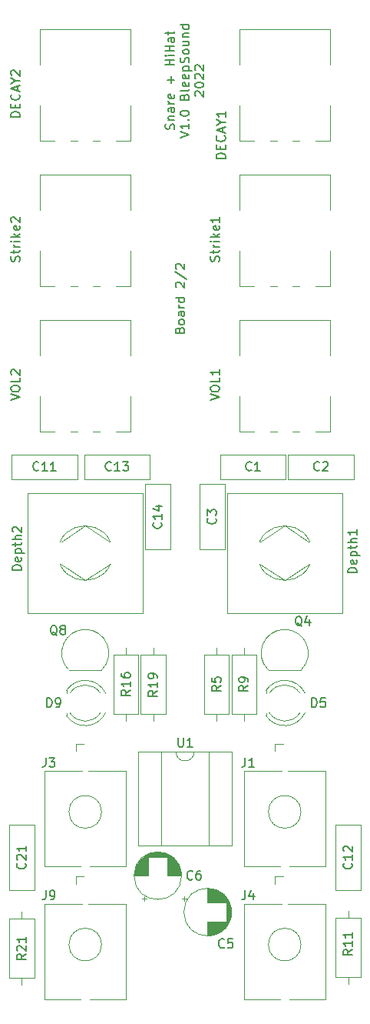
<source format=gto>
G04 #@! TF.GenerationSoftware,KiCad,Pcbnew,(6.0.1)*
G04 #@! TF.CreationDate,2022-02-07T18:03:21+01:00*
G04 #@! TF.ProjectId,Snare+Hihat,536e6172-652b-4486-9968-61742e6b6963,rev?*
G04 #@! TF.SameCoordinates,Original*
G04 #@! TF.FileFunction,Legend,Top*
G04 #@! TF.FilePolarity,Positive*
%FSLAX46Y46*%
G04 Gerber Fmt 4.6, Leading zero omitted, Abs format (unit mm)*
G04 Created by KiCad (PCBNEW (6.0.1)) date 2022-02-07 18:03:21*
%MOMM*%
%LPD*%
G01*
G04 APERTURE LIST*
%ADD10C,0.150000*%
%ADD11C,0.120000*%
%ADD12C,1.600000*%
%ADD13R,1.600000X1.600000*%
%ADD14R,1.800000X1.800000*%
%ADD15C,1.800000*%
%ADD16C,4.000000*%
%ADD17R,1.930000X1.830000*%
%ADD18C,2.130000*%
%ADD19R,1.050000X1.500000*%
%ADD20O,1.050000X1.500000*%
%ADD21O,1.600000X1.600000*%
%ADD22O,3.700000X2.400000*%
%ADD23R,1.700000X1.700000*%
%ADD24O,1.700000X1.700000*%
G04 APERTURE END LIST*
D10*
X92428571Y-65452380D02*
X92476190Y-65309523D01*
X92523809Y-65261904D01*
X92619047Y-65214285D01*
X92761904Y-65214285D01*
X92857142Y-65261904D01*
X92904761Y-65309523D01*
X92952380Y-65404761D01*
X92952380Y-65785714D01*
X91952380Y-65785714D01*
X91952380Y-65452380D01*
X92000000Y-65357142D01*
X92047619Y-65309523D01*
X92142857Y-65261904D01*
X92238095Y-65261904D01*
X92333333Y-65309523D01*
X92380952Y-65357142D01*
X92428571Y-65452380D01*
X92428571Y-65785714D01*
X92952380Y-64642857D02*
X92904761Y-64738095D01*
X92857142Y-64785714D01*
X92761904Y-64833333D01*
X92476190Y-64833333D01*
X92380952Y-64785714D01*
X92333333Y-64738095D01*
X92285714Y-64642857D01*
X92285714Y-64500000D01*
X92333333Y-64404761D01*
X92380952Y-64357142D01*
X92476190Y-64309523D01*
X92761904Y-64309523D01*
X92857142Y-64357142D01*
X92904761Y-64404761D01*
X92952380Y-64500000D01*
X92952380Y-64642857D01*
X92952380Y-63452380D02*
X92428571Y-63452380D01*
X92333333Y-63500000D01*
X92285714Y-63595238D01*
X92285714Y-63785714D01*
X92333333Y-63880952D01*
X92904761Y-63452380D02*
X92952380Y-63547619D01*
X92952380Y-63785714D01*
X92904761Y-63880952D01*
X92809523Y-63928571D01*
X92714285Y-63928571D01*
X92619047Y-63880952D01*
X92571428Y-63785714D01*
X92571428Y-63547619D01*
X92523809Y-63452380D01*
X92952380Y-62976190D02*
X92285714Y-62976190D01*
X92476190Y-62976190D02*
X92380952Y-62928571D01*
X92333333Y-62880952D01*
X92285714Y-62785714D01*
X92285714Y-62690476D01*
X92952380Y-61928571D02*
X91952380Y-61928571D01*
X92904761Y-61928571D02*
X92952380Y-62023809D01*
X92952380Y-62214285D01*
X92904761Y-62309523D01*
X92857142Y-62357142D01*
X92761904Y-62404761D01*
X92476190Y-62404761D01*
X92380952Y-62357142D01*
X92333333Y-62309523D01*
X92285714Y-62214285D01*
X92285714Y-62023809D01*
X92333333Y-61928571D01*
X92047619Y-60738095D02*
X92000000Y-60690476D01*
X91952380Y-60595238D01*
X91952380Y-60357142D01*
X92000000Y-60261904D01*
X92047619Y-60214285D01*
X92142857Y-60166666D01*
X92238095Y-60166666D01*
X92380952Y-60214285D01*
X92952380Y-60785714D01*
X92952380Y-60166666D01*
X91904761Y-59023809D02*
X93190476Y-59880952D01*
X92047619Y-58738095D02*
X92000000Y-58690476D01*
X91952380Y-58595238D01*
X91952380Y-58357142D01*
X92000000Y-58261904D01*
X92047619Y-58214285D01*
X92142857Y-58166666D01*
X92238095Y-58166666D01*
X92380952Y-58214285D01*
X92952380Y-58785714D01*
X92952380Y-58166666D01*
X91794761Y-43333333D02*
X91842380Y-43190476D01*
X91842380Y-42952380D01*
X91794761Y-42857142D01*
X91747142Y-42809523D01*
X91651904Y-42761904D01*
X91556666Y-42761904D01*
X91461428Y-42809523D01*
X91413809Y-42857142D01*
X91366190Y-42952380D01*
X91318571Y-43142857D01*
X91270952Y-43238095D01*
X91223333Y-43285714D01*
X91128095Y-43333333D01*
X91032857Y-43333333D01*
X90937619Y-43285714D01*
X90890000Y-43238095D01*
X90842380Y-43142857D01*
X90842380Y-42904761D01*
X90890000Y-42761904D01*
X91175714Y-42333333D02*
X91842380Y-42333333D01*
X91270952Y-42333333D02*
X91223333Y-42285714D01*
X91175714Y-42190476D01*
X91175714Y-42047619D01*
X91223333Y-41952380D01*
X91318571Y-41904761D01*
X91842380Y-41904761D01*
X91842380Y-41000000D02*
X91318571Y-41000000D01*
X91223333Y-41047619D01*
X91175714Y-41142857D01*
X91175714Y-41333333D01*
X91223333Y-41428571D01*
X91794761Y-41000000D02*
X91842380Y-41095238D01*
X91842380Y-41333333D01*
X91794761Y-41428571D01*
X91699523Y-41476190D01*
X91604285Y-41476190D01*
X91509047Y-41428571D01*
X91461428Y-41333333D01*
X91461428Y-41095238D01*
X91413809Y-41000000D01*
X91842380Y-40523809D02*
X91175714Y-40523809D01*
X91366190Y-40523809D02*
X91270952Y-40476190D01*
X91223333Y-40428571D01*
X91175714Y-40333333D01*
X91175714Y-40238095D01*
X91794761Y-39523809D02*
X91842380Y-39619047D01*
X91842380Y-39809523D01*
X91794761Y-39904761D01*
X91699523Y-39952380D01*
X91318571Y-39952380D01*
X91223333Y-39904761D01*
X91175714Y-39809523D01*
X91175714Y-39619047D01*
X91223333Y-39523809D01*
X91318571Y-39476190D01*
X91413809Y-39476190D01*
X91509047Y-39952380D01*
X91461428Y-38285714D02*
X91461428Y-37523809D01*
X91842380Y-37904761D02*
X91080476Y-37904761D01*
X91842380Y-36285714D02*
X90842380Y-36285714D01*
X91318571Y-36285714D02*
X91318571Y-35714285D01*
X91842380Y-35714285D02*
X90842380Y-35714285D01*
X91842380Y-35238095D02*
X91175714Y-35238095D01*
X90842380Y-35238095D02*
X90890000Y-35285714D01*
X90937619Y-35238095D01*
X90890000Y-35190476D01*
X90842380Y-35238095D01*
X90937619Y-35238095D01*
X91842380Y-34761904D02*
X90842380Y-34761904D01*
X91318571Y-34761904D02*
X91318571Y-34190476D01*
X91842380Y-34190476D02*
X90842380Y-34190476D01*
X91842380Y-33285714D02*
X91318571Y-33285714D01*
X91223333Y-33333333D01*
X91175714Y-33428571D01*
X91175714Y-33619047D01*
X91223333Y-33714285D01*
X91794761Y-33285714D02*
X91842380Y-33380952D01*
X91842380Y-33619047D01*
X91794761Y-33714285D01*
X91699523Y-33761904D01*
X91604285Y-33761904D01*
X91509047Y-33714285D01*
X91461428Y-33619047D01*
X91461428Y-33380952D01*
X91413809Y-33285714D01*
X91175714Y-32952380D02*
X91175714Y-32571428D01*
X90842380Y-32809523D02*
X91699523Y-32809523D01*
X91794761Y-32761904D01*
X91842380Y-32666666D01*
X91842380Y-32571428D01*
X92452380Y-44261904D02*
X93452380Y-43928571D01*
X92452380Y-43595238D01*
X93452380Y-42738095D02*
X93452380Y-43309523D01*
X93452380Y-43023809D02*
X92452380Y-43023809D01*
X92595238Y-43119047D01*
X92690476Y-43214285D01*
X92738095Y-43309523D01*
X93357142Y-42309523D02*
X93404761Y-42261904D01*
X93452380Y-42309523D01*
X93404761Y-42357142D01*
X93357142Y-42309523D01*
X93452380Y-42309523D01*
X92452380Y-41642857D02*
X92452380Y-41547619D01*
X92500000Y-41452380D01*
X92547619Y-41404761D01*
X92642857Y-41357142D01*
X92833333Y-41309523D01*
X93071428Y-41309523D01*
X93261904Y-41357142D01*
X93357142Y-41404761D01*
X93404761Y-41452380D01*
X93452380Y-41547619D01*
X93452380Y-41642857D01*
X93404761Y-41738095D01*
X93357142Y-41785714D01*
X93261904Y-41833333D01*
X93071428Y-41880952D01*
X92833333Y-41880952D01*
X92642857Y-41833333D01*
X92547619Y-41785714D01*
X92500000Y-41738095D01*
X92452380Y-41642857D01*
X92928571Y-39785714D02*
X92976190Y-39642857D01*
X93023809Y-39595238D01*
X93119047Y-39547619D01*
X93261904Y-39547619D01*
X93357142Y-39595238D01*
X93404761Y-39642857D01*
X93452380Y-39738095D01*
X93452380Y-40119047D01*
X92452380Y-40119047D01*
X92452380Y-39785714D01*
X92500000Y-39690476D01*
X92547619Y-39642857D01*
X92642857Y-39595238D01*
X92738095Y-39595238D01*
X92833333Y-39642857D01*
X92880952Y-39690476D01*
X92928571Y-39785714D01*
X92928571Y-40119047D01*
X93452380Y-38976190D02*
X93404761Y-39071428D01*
X93309523Y-39119047D01*
X92452380Y-39119047D01*
X93404761Y-38214285D02*
X93452380Y-38309523D01*
X93452380Y-38500000D01*
X93404761Y-38595238D01*
X93309523Y-38642857D01*
X92928571Y-38642857D01*
X92833333Y-38595238D01*
X92785714Y-38500000D01*
X92785714Y-38309523D01*
X92833333Y-38214285D01*
X92928571Y-38166666D01*
X93023809Y-38166666D01*
X93119047Y-38642857D01*
X93404761Y-37357142D02*
X93452380Y-37452380D01*
X93452380Y-37642857D01*
X93404761Y-37738095D01*
X93309523Y-37785714D01*
X92928571Y-37785714D01*
X92833333Y-37738095D01*
X92785714Y-37642857D01*
X92785714Y-37452380D01*
X92833333Y-37357142D01*
X92928571Y-37309523D01*
X93023809Y-37309523D01*
X93119047Y-37785714D01*
X92785714Y-36880952D02*
X93785714Y-36880952D01*
X92833333Y-36880952D02*
X92785714Y-36785714D01*
X92785714Y-36595238D01*
X92833333Y-36500000D01*
X92880952Y-36452380D01*
X92976190Y-36404761D01*
X93261904Y-36404761D01*
X93357142Y-36452380D01*
X93404761Y-36500000D01*
X93452380Y-36595238D01*
X93452380Y-36785714D01*
X93404761Y-36880952D01*
X93404761Y-36023809D02*
X93452380Y-35880952D01*
X93452380Y-35642857D01*
X93404761Y-35547619D01*
X93357142Y-35500000D01*
X93261904Y-35452380D01*
X93166666Y-35452380D01*
X93071428Y-35500000D01*
X93023809Y-35547619D01*
X92976190Y-35642857D01*
X92928571Y-35833333D01*
X92880952Y-35928571D01*
X92833333Y-35976190D01*
X92738095Y-36023809D01*
X92642857Y-36023809D01*
X92547619Y-35976190D01*
X92500000Y-35928571D01*
X92452380Y-35833333D01*
X92452380Y-35595238D01*
X92500000Y-35452380D01*
X93452380Y-34880952D02*
X93404761Y-34976190D01*
X93357142Y-35023809D01*
X93261904Y-35071428D01*
X92976190Y-35071428D01*
X92880952Y-35023809D01*
X92833333Y-34976190D01*
X92785714Y-34880952D01*
X92785714Y-34738095D01*
X92833333Y-34642857D01*
X92880952Y-34595238D01*
X92976190Y-34547619D01*
X93261904Y-34547619D01*
X93357142Y-34595238D01*
X93404761Y-34642857D01*
X93452380Y-34738095D01*
X93452380Y-34880952D01*
X92785714Y-33690476D02*
X93452380Y-33690476D01*
X92785714Y-34119047D02*
X93309523Y-34119047D01*
X93404761Y-34071428D01*
X93452380Y-33976190D01*
X93452380Y-33833333D01*
X93404761Y-33738095D01*
X93357142Y-33690476D01*
X92785714Y-33214285D02*
X93452380Y-33214285D01*
X92880952Y-33214285D02*
X92833333Y-33166666D01*
X92785714Y-33071428D01*
X92785714Y-32928571D01*
X92833333Y-32833333D01*
X92928571Y-32785714D01*
X93452380Y-32785714D01*
X93452380Y-31880952D02*
X92452380Y-31880952D01*
X93404761Y-31880952D02*
X93452380Y-31976190D01*
X93452380Y-32166666D01*
X93404761Y-32261904D01*
X93357142Y-32309523D01*
X93261904Y-32357142D01*
X92976190Y-32357142D01*
X92880952Y-32309523D01*
X92833333Y-32261904D01*
X92785714Y-32166666D01*
X92785714Y-31976190D01*
X92833333Y-31880952D01*
X94157619Y-39714285D02*
X94110000Y-39666666D01*
X94062380Y-39571428D01*
X94062380Y-39333333D01*
X94110000Y-39238095D01*
X94157619Y-39190476D01*
X94252857Y-39142857D01*
X94348095Y-39142857D01*
X94490952Y-39190476D01*
X95062380Y-39761904D01*
X95062380Y-39142857D01*
X94062380Y-38523809D02*
X94062380Y-38428571D01*
X94110000Y-38333333D01*
X94157619Y-38285714D01*
X94252857Y-38238095D01*
X94443333Y-38190476D01*
X94681428Y-38190476D01*
X94871904Y-38238095D01*
X94967142Y-38285714D01*
X95014761Y-38333333D01*
X95062380Y-38428571D01*
X95062380Y-38523809D01*
X95014761Y-38619047D01*
X94967142Y-38666666D01*
X94871904Y-38714285D01*
X94681428Y-38761904D01*
X94443333Y-38761904D01*
X94252857Y-38714285D01*
X94157619Y-38666666D01*
X94110000Y-38619047D01*
X94062380Y-38523809D01*
X94157619Y-37809523D02*
X94110000Y-37761904D01*
X94062380Y-37666666D01*
X94062380Y-37428571D01*
X94110000Y-37333333D01*
X94157619Y-37285714D01*
X94252857Y-37238095D01*
X94348095Y-37238095D01*
X94490952Y-37285714D01*
X95062380Y-37857142D01*
X95062380Y-37238095D01*
X94157619Y-36857142D02*
X94110000Y-36809523D01*
X94062380Y-36714285D01*
X94062380Y-36476190D01*
X94110000Y-36380952D01*
X94157619Y-36333333D01*
X94252857Y-36285714D01*
X94348095Y-36285714D01*
X94490952Y-36333333D01*
X95062380Y-36904761D01*
X95062380Y-36285714D01*
X100333333Y-80857142D02*
X100285714Y-80904761D01*
X100142857Y-80952380D01*
X100047619Y-80952380D01*
X99904761Y-80904761D01*
X99809523Y-80809523D01*
X99761904Y-80714285D01*
X99714285Y-80523809D01*
X99714285Y-80380952D01*
X99761904Y-80190476D01*
X99809523Y-80095238D01*
X99904761Y-80000000D01*
X100047619Y-79952380D01*
X100142857Y-79952380D01*
X100285714Y-80000000D01*
X100333333Y-80047619D01*
X101285714Y-80952380D02*
X100714285Y-80952380D01*
X101000000Y-80952380D02*
X101000000Y-79952380D01*
X100904761Y-80095238D01*
X100809523Y-80190476D01*
X100714285Y-80238095D01*
X107833333Y-80857142D02*
X107785714Y-80904761D01*
X107642857Y-80952380D01*
X107547619Y-80952380D01*
X107404761Y-80904761D01*
X107309523Y-80809523D01*
X107261904Y-80714285D01*
X107214285Y-80523809D01*
X107214285Y-80380952D01*
X107261904Y-80190476D01*
X107309523Y-80095238D01*
X107404761Y-80000000D01*
X107547619Y-79952380D01*
X107642857Y-79952380D01*
X107785714Y-80000000D01*
X107833333Y-80047619D01*
X108214285Y-80047619D02*
X108261904Y-80000000D01*
X108357142Y-79952380D01*
X108595238Y-79952380D01*
X108690476Y-80000000D01*
X108738095Y-80047619D01*
X108785714Y-80142857D01*
X108785714Y-80238095D01*
X108738095Y-80380952D01*
X108166666Y-80952380D01*
X108785714Y-80952380D01*
X96357142Y-86166666D02*
X96404761Y-86214285D01*
X96452380Y-86357142D01*
X96452380Y-86452380D01*
X96404761Y-86595238D01*
X96309523Y-86690476D01*
X96214285Y-86738095D01*
X96023809Y-86785714D01*
X95880952Y-86785714D01*
X95690476Y-86738095D01*
X95595238Y-86690476D01*
X95500000Y-86595238D01*
X95452380Y-86452380D01*
X95452380Y-86357142D01*
X95500000Y-86214285D01*
X95547619Y-86166666D01*
X95452380Y-85833333D02*
X95452380Y-85214285D01*
X95833333Y-85547619D01*
X95833333Y-85404761D01*
X95880952Y-85309523D01*
X95928571Y-85261904D01*
X96023809Y-85214285D01*
X96261904Y-85214285D01*
X96357142Y-85261904D01*
X96404761Y-85309523D01*
X96452380Y-85404761D01*
X96452380Y-85690476D01*
X96404761Y-85785714D01*
X96357142Y-85833333D01*
X97333333Y-133357142D02*
X97285714Y-133404761D01*
X97142857Y-133452380D01*
X97047619Y-133452380D01*
X96904761Y-133404761D01*
X96809523Y-133309523D01*
X96761904Y-133214285D01*
X96714285Y-133023809D01*
X96714285Y-132880952D01*
X96761904Y-132690476D01*
X96809523Y-132595238D01*
X96904761Y-132500000D01*
X97047619Y-132452380D01*
X97142857Y-132452380D01*
X97285714Y-132500000D01*
X97333333Y-132547619D01*
X98238095Y-132452380D02*
X97761904Y-132452380D01*
X97714285Y-132928571D01*
X97761904Y-132880952D01*
X97857142Y-132833333D01*
X98095238Y-132833333D01*
X98190476Y-132880952D01*
X98238095Y-132928571D01*
X98285714Y-133023809D01*
X98285714Y-133261904D01*
X98238095Y-133357142D01*
X98190476Y-133404761D01*
X98095238Y-133452380D01*
X97857142Y-133452380D01*
X97761904Y-133404761D01*
X97714285Y-133357142D01*
X93833333Y-125857142D02*
X93785714Y-125904761D01*
X93642857Y-125952380D01*
X93547619Y-125952380D01*
X93404761Y-125904761D01*
X93309523Y-125809523D01*
X93261904Y-125714285D01*
X93214285Y-125523809D01*
X93214285Y-125380952D01*
X93261904Y-125190476D01*
X93309523Y-125095238D01*
X93404761Y-125000000D01*
X93547619Y-124952380D01*
X93642857Y-124952380D01*
X93785714Y-125000000D01*
X93833333Y-125047619D01*
X94690476Y-124952380D02*
X94500000Y-124952380D01*
X94404761Y-125000000D01*
X94357142Y-125047619D01*
X94261904Y-125190476D01*
X94214285Y-125380952D01*
X94214285Y-125761904D01*
X94261904Y-125857142D01*
X94309523Y-125904761D01*
X94404761Y-125952380D01*
X94595238Y-125952380D01*
X94690476Y-125904761D01*
X94738095Y-125857142D01*
X94785714Y-125761904D01*
X94785714Y-125523809D01*
X94738095Y-125428571D01*
X94690476Y-125380952D01*
X94595238Y-125333333D01*
X94404761Y-125333333D01*
X94309523Y-125380952D01*
X94261904Y-125428571D01*
X94214285Y-125523809D01*
X76857142Y-80857142D02*
X76809523Y-80904761D01*
X76666666Y-80952380D01*
X76571428Y-80952380D01*
X76428571Y-80904761D01*
X76333333Y-80809523D01*
X76285714Y-80714285D01*
X76238095Y-80523809D01*
X76238095Y-80380952D01*
X76285714Y-80190476D01*
X76333333Y-80095238D01*
X76428571Y-80000000D01*
X76571428Y-79952380D01*
X76666666Y-79952380D01*
X76809523Y-80000000D01*
X76857142Y-80047619D01*
X77809523Y-80952380D02*
X77238095Y-80952380D01*
X77523809Y-80952380D02*
X77523809Y-79952380D01*
X77428571Y-80095238D01*
X77333333Y-80190476D01*
X77238095Y-80238095D01*
X78761904Y-80952380D02*
X78190476Y-80952380D01*
X78476190Y-80952380D02*
X78476190Y-79952380D01*
X78380952Y-80095238D01*
X78285714Y-80190476D01*
X78190476Y-80238095D01*
X111357142Y-124142857D02*
X111404761Y-124190476D01*
X111452380Y-124333333D01*
X111452380Y-124428571D01*
X111404761Y-124571428D01*
X111309523Y-124666666D01*
X111214285Y-124714285D01*
X111023809Y-124761904D01*
X110880952Y-124761904D01*
X110690476Y-124714285D01*
X110595238Y-124666666D01*
X110500000Y-124571428D01*
X110452380Y-124428571D01*
X110452380Y-124333333D01*
X110500000Y-124190476D01*
X110547619Y-124142857D01*
X111452380Y-123190476D02*
X111452380Y-123761904D01*
X111452380Y-123476190D02*
X110452380Y-123476190D01*
X110595238Y-123571428D01*
X110690476Y-123666666D01*
X110738095Y-123761904D01*
X110547619Y-122809523D02*
X110500000Y-122761904D01*
X110452380Y-122666666D01*
X110452380Y-122428571D01*
X110500000Y-122333333D01*
X110547619Y-122285714D01*
X110642857Y-122238095D01*
X110738095Y-122238095D01*
X110880952Y-122285714D01*
X111452380Y-122857142D01*
X111452380Y-122238095D01*
X84857142Y-80857142D02*
X84809523Y-80904761D01*
X84666666Y-80952380D01*
X84571428Y-80952380D01*
X84428571Y-80904761D01*
X84333333Y-80809523D01*
X84285714Y-80714285D01*
X84238095Y-80523809D01*
X84238095Y-80380952D01*
X84285714Y-80190476D01*
X84333333Y-80095238D01*
X84428571Y-80000000D01*
X84571428Y-79952380D01*
X84666666Y-79952380D01*
X84809523Y-80000000D01*
X84857142Y-80047619D01*
X85809523Y-80952380D02*
X85238095Y-80952380D01*
X85523809Y-80952380D02*
X85523809Y-79952380D01*
X85428571Y-80095238D01*
X85333333Y-80190476D01*
X85238095Y-80238095D01*
X86142857Y-79952380D02*
X86761904Y-79952380D01*
X86428571Y-80333333D01*
X86571428Y-80333333D01*
X86666666Y-80380952D01*
X86714285Y-80428571D01*
X86761904Y-80523809D01*
X86761904Y-80761904D01*
X86714285Y-80857142D01*
X86666666Y-80904761D01*
X86571428Y-80952380D01*
X86285714Y-80952380D01*
X86190476Y-80904761D01*
X86142857Y-80857142D01*
X90357142Y-86642857D02*
X90404761Y-86690476D01*
X90452380Y-86833333D01*
X90452380Y-86928571D01*
X90404761Y-87071428D01*
X90309523Y-87166666D01*
X90214285Y-87214285D01*
X90023809Y-87261904D01*
X89880952Y-87261904D01*
X89690476Y-87214285D01*
X89595238Y-87166666D01*
X89500000Y-87071428D01*
X89452380Y-86928571D01*
X89452380Y-86833333D01*
X89500000Y-86690476D01*
X89547619Y-86642857D01*
X90452380Y-85690476D02*
X90452380Y-86261904D01*
X90452380Y-85976190D02*
X89452380Y-85976190D01*
X89595238Y-86071428D01*
X89690476Y-86166666D01*
X89738095Y-86261904D01*
X89785714Y-84833333D02*
X90452380Y-84833333D01*
X89404761Y-85071428D02*
X90119047Y-85309523D01*
X90119047Y-84690476D01*
X75357142Y-124142857D02*
X75404761Y-124190476D01*
X75452380Y-124333333D01*
X75452380Y-124428571D01*
X75404761Y-124571428D01*
X75309523Y-124666666D01*
X75214285Y-124714285D01*
X75023809Y-124761904D01*
X74880952Y-124761904D01*
X74690476Y-124714285D01*
X74595238Y-124666666D01*
X74500000Y-124571428D01*
X74452380Y-124428571D01*
X74452380Y-124333333D01*
X74500000Y-124190476D01*
X74547619Y-124142857D01*
X74547619Y-123761904D02*
X74500000Y-123714285D01*
X74452380Y-123619047D01*
X74452380Y-123380952D01*
X74500000Y-123285714D01*
X74547619Y-123238095D01*
X74642857Y-123190476D01*
X74738095Y-123190476D01*
X74880952Y-123238095D01*
X75452380Y-123809523D01*
X75452380Y-123190476D01*
X75452380Y-122238095D02*
X75452380Y-122809523D01*
X75452380Y-122523809D02*
X74452380Y-122523809D01*
X74595238Y-122619047D01*
X74690476Y-122714285D01*
X74738095Y-122809523D01*
X106986904Y-106952380D02*
X106986904Y-105952380D01*
X107225000Y-105952380D01*
X107367857Y-106000000D01*
X107463095Y-106095238D01*
X107510714Y-106190476D01*
X107558333Y-106380952D01*
X107558333Y-106523809D01*
X107510714Y-106714285D01*
X107463095Y-106809523D01*
X107367857Y-106904761D01*
X107225000Y-106952380D01*
X106986904Y-106952380D01*
X108463095Y-105952380D02*
X107986904Y-105952380D01*
X107939285Y-106428571D01*
X107986904Y-106380952D01*
X108082142Y-106333333D01*
X108320238Y-106333333D01*
X108415476Y-106380952D01*
X108463095Y-106428571D01*
X108510714Y-106523809D01*
X108510714Y-106761904D01*
X108463095Y-106857142D01*
X108415476Y-106904761D01*
X108320238Y-106952380D01*
X108082142Y-106952380D01*
X107986904Y-106904761D01*
X107939285Y-106857142D01*
X77761904Y-106952380D02*
X77761904Y-105952380D01*
X78000000Y-105952380D01*
X78142857Y-106000000D01*
X78238095Y-106095238D01*
X78285714Y-106190476D01*
X78333333Y-106380952D01*
X78333333Y-106523809D01*
X78285714Y-106714285D01*
X78238095Y-106809523D01*
X78142857Y-106904761D01*
X78000000Y-106952380D01*
X77761904Y-106952380D01*
X78809523Y-106952380D02*
X79000000Y-106952380D01*
X79095238Y-106904761D01*
X79142857Y-106857142D01*
X79238095Y-106714285D01*
X79285714Y-106523809D01*
X79285714Y-106142857D01*
X79238095Y-106047619D01*
X79190476Y-106000000D01*
X79095238Y-105952380D01*
X78904761Y-105952380D01*
X78809523Y-106000000D01*
X78761904Y-106047619D01*
X78714285Y-106142857D01*
X78714285Y-106380952D01*
X78761904Y-106476190D01*
X78809523Y-106523809D01*
X78904761Y-106571428D01*
X79095238Y-106571428D01*
X79190476Y-106523809D01*
X79238095Y-106476190D01*
X79285714Y-106380952D01*
X74802380Y-41997619D02*
X73802380Y-41997619D01*
X73802380Y-41759523D01*
X73850000Y-41616666D01*
X73945238Y-41521428D01*
X74040476Y-41473809D01*
X74230952Y-41426190D01*
X74373809Y-41426190D01*
X74564285Y-41473809D01*
X74659523Y-41521428D01*
X74754761Y-41616666D01*
X74802380Y-41759523D01*
X74802380Y-41997619D01*
X74278571Y-40997619D02*
X74278571Y-40664285D01*
X74802380Y-40521428D02*
X74802380Y-40997619D01*
X73802380Y-40997619D01*
X73802380Y-40521428D01*
X74707142Y-39521428D02*
X74754761Y-39569047D01*
X74802380Y-39711904D01*
X74802380Y-39807142D01*
X74754761Y-39950000D01*
X74659523Y-40045238D01*
X74564285Y-40092857D01*
X74373809Y-40140476D01*
X74230952Y-40140476D01*
X74040476Y-40092857D01*
X73945238Y-40045238D01*
X73850000Y-39950000D01*
X73802380Y-39807142D01*
X73802380Y-39711904D01*
X73850000Y-39569047D01*
X73897619Y-39521428D01*
X74516666Y-39140476D02*
X74516666Y-38664285D01*
X74802380Y-39235714D02*
X73802380Y-38902380D01*
X74802380Y-38569047D01*
X74326190Y-38045238D02*
X74802380Y-38045238D01*
X73802380Y-38378571D02*
X74326190Y-38045238D01*
X73802380Y-37711904D01*
X73897619Y-37426190D02*
X73850000Y-37378571D01*
X73802380Y-37283333D01*
X73802380Y-37045238D01*
X73850000Y-36950000D01*
X73897619Y-36902380D01*
X73992857Y-36854761D01*
X74088095Y-36854761D01*
X74230952Y-36902380D01*
X74802380Y-37473809D01*
X74802380Y-36854761D01*
X77636666Y-112532380D02*
X77636666Y-113246666D01*
X77589047Y-113389523D01*
X77493809Y-113484761D01*
X77350952Y-113532380D01*
X77255714Y-113532380D01*
X78017619Y-112532380D02*
X78636666Y-112532380D01*
X78303333Y-112913333D01*
X78446190Y-112913333D01*
X78541428Y-112960952D01*
X78589047Y-113008571D01*
X78636666Y-113103809D01*
X78636666Y-113341904D01*
X78589047Y-113437142D01*
X78541428Y-113484761D01*
X78446190Y-113532380D01*
X78160476Y-113532380D01*
X78065238Y-113484761D01*
X78017619Y-113437142D01*
X99636666Y-127132380D02*
X99636666Y-127846666D01*
X99589047Y-127989523D01*
X99493809Y-128084761D01*
X99350952Y-128132380D01*
X99255714Y-128132380D01*
X100541428Y-127465714D02*
X100541428Y-128132380D01*
X100303333Y-127084761D02*
X100065238Y-127799047D01*
X100684285Y-127799047D01*
X77636666Y-127132380D02*
X77636666Y-127846666D01*
X77589047Y-127989523D01*
X77493809Y-128084761D01*
X77350952Y-128132380D01*
X77255714Y-128132380D01*
X78160476Y-128132380D02*
X78350952Y-128132380D01*
X78446190Y-128084761D01*
X78493809Y-128037142D01*
X78589047Y-127894285D01*
X78636666Y-127703809D01*
X78636666Y-127322857D01*
X78589047Y-127227619D01*
X78541428Y-127180000D01*
X78446190Y-127132380D01*
X78255714Y-127132380D01*
X78160476Y-127180000D01*
X78112857Y-127227619D01*
X78065238Y-127322857D01*
X78065238Y-127560952D01*
X78112857Y-127656190D01*
X78160476Y-127703809D01*
X78255714Y-127751428D01*
X78446190Y-127751428D01*
X78541428Y-127703809D01*
X78589047Y-127656190D01*
X78636666Y-127560952D01*
X105904761Y-98047619D02*
X105809523Y-98000000D01*
X105714285Y-97904761D01*
X105571428Y-97761904D01*
X105476190Y-97714285D01*
X105380952Y-97714285D01*
X105428571Y-97952380D02*
X105333333Y-97904761D01*
X105238095Y-97809523D01*
X105190476Y-97619047D01*
X105190476Y-97285714D01*
X105238095Y-97095238D01*
X105333333Y-97000000D01*
X105428571Y-96952380D01*
X105619047Y-96952380D01*
X105714285Y-97000000D01*
X105809523Y-97095238D01*
X105857142Y-97285714D01*
X105857142Y-97619047D01*
X105809523Y-97809523D01*
X105714285Y-97904761D01*
X105619047Y-97952380D01*
X105428571Y-97952380D01*
X106714285Y-97285714D02*
X106714285Y-97952380D01*
X106476190Y-96904761D02*
X106238095Y-97619047D01*
X106857142Y-97619047D01*
X78904761Y-99047619D02*
X78809523Y-99000000D01*
X78714285Y-98904761D01*
X78571428Y-98761904D01*
X78476190Y-98714285D01*
X78380952Y-98714285D01*
X78428571Y-98952380D02*
X78333333Y-98904761D01*
X78238095Y-98809523D01*
X78190476Y-98619047D01*
X78190476Y-98285714D01*
X78238095Y-98095238D01*
X78333333Y-98000000D01*
X78428571Y-97952380D01*
X78619047Y-97952380D01*
X78714285Y-98000000D01*
X78809523Y-98095238D01*
X78857142Y-98285714D01*
X78857142Y-98619047D01*
X78809523Y-98809523D01*
X78714285Y-98904761D01*
X78619047Y-98952380D01*
X78428571Y-98952380D01*
X79428571Y-98380952D02*
X79333333Y-98333333D01*
X79285714Y-98285714D01*
X79238095Y-98190476D01*
X79238095Y-98142857D01*
X79285714Y-98047619D01*
X79333333Y-98000000D01*
X79428571Y-97952380D01*
X79619047Y-97952380D01*
X79714285Y-98000000D01*
X79761904Y-98047619D01*
X79809523Y-98142857D01*
X79809523Y-98190476D01*
X79761904Y-98285714D01*
X79714285Y-98333333D01*
X79619047Y-98380952D01*
X79428571Y-98380952D01*
X79333333Y-98428571D01*
X79285714Y-98476190D01*
X79238095Y-98571428D01*
X79238095Y-98761904D01*
X79285714Y-98857142D01*
X79333333Y-98904761D01*
X79428571Y-98952380D01*
X79619047Y-98952380D01*
X79714285Y-98904761D01*
X79761904Y-98857142D01*
X79809523Y-98761904D01*
X79809523Y-98571428D01*
X79761904Y-98476190D01*
X79714285Y-98428571D01*
X79619047Y-98380952D01*
X96952380Y-104586666D02*
X96476190Y-104920000D01*
X96952380Y-105158095D02*
X95952380Y-105158095D01*
X95952380Y-104777142D01*
X96000000Y-104681904D01*
X96047619Y-104634285D01*
X96142857Y-104586666D01*
X96285714Y-104586666D01*
X96380952Y-104634285D01*
X96428571Y-104681904D01*
X96476190Y-104777142D01*
X96476190Y-105158095D01*
X95952380Y-103681904D02*
X95952380Y-104158095D01*
X96428571Y-104205714D01*
X96380952Y-104158095D01*
X96333333Y-104062857D01*
X96333333Y-103824761D01*
X96380952Y-103729523D01*
X96428571Y-103681904D01*
X96523809Y-103634285D01*
X96761904Y-103634285D01*
X96857142Y-103681904D01*
X96904761Y-103729523D01*
X96952380Y-103824761D01*
X96952380Y-104062857D01*
X96904761Y-104158095D01*
X96857142Y-104205714D01*
X99952380Y-104586666D02*
X99476190Y-104920000D01*
X99952380Y-105158095D02*
X98952380Y-105158095D01*
X98952380Y-104777142D01*
X99000000Y-104681904D01*
X99047619Y-104634285D01*
X99142857Y-104586666D01*
X99285714Y-104586666D01*
X99380952Y-104634285D01*
X99428571Y-104681904D01*
X99476190Y-104777142D01*
X99476190Y-105158095D01*
X99952380Y-104110476D02*
X99952380Y-103920000D01*
X99904761Y-103824761D01*
X99857142Y-103777142D01*
X99714285Y-103681904D01*
X99523809Y-103634285D01*
X99142857Y-103634285D01*
X99047619Y-103681904D01*
X99000000Y-103729523D01*
X98952380Y-103824761D01*
X98952380Y-104015238D01*
X99000000Y-104110476D01*
X99047619Y-104158095D01*
X99142857Y-104205714D01*
X99380952Y-104205714D01*
X99476190Y-104158095D01*
X99523809Y-104110476D01*
X99571428Y-104015238D01*
X99571428Y-103824761D01*
X99523809Y-103729523D01*
X99476190Y-103681904D01*
X99380952Y-103634285D01*
X111452380Y-133642857D02*
X110976190Y-133976190D01*
X111452380Y-134214285D02*
X110452380Y-134214285D01*
X110452380Y-133833333D01*
X110500000Y-133738095D01*
X110547619Y-133690476D01*
X110642857Y-133642857D01*
X110785714Y-133642857D01*
X110880952Y-133690476D01*
X110928571Y-133738095D01*
X110976190Y-133833333D01*
X110976190Y-134214285D01*
X111452380Y-132690476D02*
X111452380Y-133261904D01*
X111452380Y-132976190D02*
X110452380Y-132976190D01*
X110595238Y-133071428D01*
X110690476Y-133166666D01*
X110738095Y-133261904D01*
X111452380Y-131738095D02*
X111452380Y-132309523D01*
X111452380Y-132023809D02*
X110452380Y-132023809D01*
X110595238Y-132119047D01*
X110690476Y-132214285D01*
X110738095Y-132309523D01*
X86952380Y-105062857D02*
X86476190Y-105396190D01*
X86952380Y-105634285D02*
X85952380Y-105634285D01*
X85952380Y-105253333D01*
X86000000Y-105158095D01*
X86047619Y-105110476D01*
X86142857Y-105062857D01*
X86285714Y-105062857D01*
X86380952Y-105110476D01*
X86428571Y-105158095D01*
X86476190Y-105253333D01*
X86476190Y-105634285D01*
X86952380Y-104110476D02*
X86952380Y-104681904D01*
X86952380Y-104396190D02*
X85952380Y-104396190D01*
X86095238Y-104491428D01*
X86190476Y-104586666D01*
X86238095Y-104681904D01*
X85952380Y-103253333D02*
X85952380Y-103443809D01*
X86000000Y-103539047D01*
X86047619Y-103586666D01*
X86190476Y-103681904D01*
X86380952Y-103729523D01*
X86761904Y-103729523D01*
X86857142Y-103681904D01*
X86904761Y-103634285D01*
X86952380Y-103539047D01*
X86952380Y-103348571D01*
X86904761Y-103253333D01*
X86857142Y-103205714D01*
X86761904Y-103158095D01*
X86523809Y-103158095D01*
X86428571Y-103205714D01*
X86380952Y-103253333D01*
X86333333Y-103348571D01*
X86333333Y-103539047D01*
X86380952Y-103634285D01*
X86428571Y-103681904D01*
X86523809Y-103729523D01*
X89952380Y-105142857D02*
X89476190Y-105476190D01*
X89952380Y-105714285D02*
X88952380Y-105714285D01*
X88952380Y-105333333D01*
X89000000Y-105238095D01*
X89047619Y-105190476D01*
X89142857Y-105142857D01*
X89285714Y-105142857D01*
X89380952Y-105190476D01*
X89428571Y-105238095D01*
X89476190Y-105333333D01*
X89476190Y-105714285D01*
X89952380Y-104190476D02*
X89952380Y-104761904D01*
X89952380Y-104476190D02*
X88952380Y-104476190D01*
X89095238Y-104571428D01*
X89190476Y-104666666D01*
X89238095Y-104761904D01*
X89952380Y-103714285D02*
X89952380Y-103523809D01*
X89904761Y-103428571D01*
X89857142Y-103380952D01*
X89714285Y-103285714D01*
X89523809Y-103238095D01*
X89142857Y-103238095D01*
X89047619Y-103285714D01*
X89000000Y-103333333D01*
X88952380Y-103428571D01*
X88952380Y-103619047D01*
X89000000Y-103714285D01*
X89047619Y-103761904D01*
X89142857Y-103809523D01*
X89380952Y-103809523D01*
X89476190Y-103761904D01*
X89523809Y-103714285D01*
X89571428Y-103619047D01*
X89571428Y-103428571D01*
X89523809Y-103333333D01*
X89476190Y-103285714D01*
X89380952Y-103238095D01*
X75452380Y-134142857D02*
X74976190Y-134476190D01*
X75452380Y-134714285D02*
X74452380Y-134714285D01*
X74452380Y-134333333D01*
X74500000Y-134238095D01*
X74547619Y-134190476D01*
X74642857Y-134142857D01*
X74785714Y-134142857D01*
X74880952Y-134190476D01*
X74928571Y-134238095D01*
X74976190Y-134333333D01*
X74976190Y-134714285D01*
X74547619Y-133761904D02*
X74500000Y-133714285D01*
X74452380Y-133619047D01*
X74452380Y-133380952D01*
X74500000Y-133285714D01*
X74547619Y-133238095D01*
X74642857Y-133190476D01*
X74738095Y-133190476D01*
X74880952Y-133238095D01*
X75452380Y-133809523D01*
X75452380Y-133190476D01*
X75452380Y-132238095D02*
X75452380Y-132809523D01*
X75452380Y-132523809D02*
X74452380Y-132523809D01*
X74595238Y-132619047D01*
X74690476Y-132714285D01*
X74738095Y-132809523D01*
X74754761Y-57878571D02*
X74802380Y-57735714D01*
X74802380Y-57497619D01*
X74754761Y-57402380D01*
X74707142Y-57354761D01*
X74611904Y-57307142D01*
X74516666Y-57307142D01*
X74421428Y-57354761D01*
X74373809Y-57402380D01*
X74326190Y-57497619D01*
X74278571Y-57688095D01*
X74230952Y-57783333D01*
X74183333Y-57830952D01*
X74088095Y-57878571D01*
X73992857Y-57878571D01*
X73897619Y-57830952D01*
X73850000Y-57783333D01*
X73802380Y-57688095D01*
X73802380Y-57450000D01*
X73850000Y-57307142D01*
X74135714Y-57021428D02*
X74135714Y-56640476D01*
X73802380Y-56878571D02*
X74659523Y-56878571D01*
X74754761Y-56830952D01*
X74802380Y-56735714D01*
X74802380Y-56640476D01*
X74802380Y-56307142D02*
X74135714Y-56307142D01*
X74326190Y-56307142D02*
X74230952Y-56259523D01*
X74183333Y-56211904D01*
X74135714Y-56116666D01*
X74135714Y-56021428D01*
X74802380Y-55688095D02*
X74135714Y-55688095D01*
X73802380Y-55688095D02*
X73850000Y-55735714D01*
X73897619Y-55688095D01*
X73850000Y-55640476D01*
X73802380Y-55688095D01*
X73897619Y-55688095D01*
X74802380Y-55211904D02*
X73802380Y-55211904D01*
X74421428Y-55116666D02*
X74802380Y-54830952D01*
X74135714Y-54830952D02*
X74516666Y-55211904D01*
X74754761Y-54021428D02*
X74802380Y-54116666D01*
X74802380Y-54307142D01*
X74754761Y-54402380D01*
X74659523Y-54450000D01*
X74278571Y-54450000D01*
X74183333Y-54402380D01*
X74135714Y-54307142D01*
X74135714Y-54116666D01*
X74183333Y-54021428D01*
X74278571Y-53973809D01*
X74373809Y-53973809D01*
X74469047Y-54450000D01*
X73897619Y-53592857D02*
X73850000Y-53545238D01*
X73802380Y-53450000D01*
X73802380Y-53211904D01*
X73850000Y-53116666D01*
X73897619Y-53069047D01*
X73992857Y-53021428D01*
X74088095Y-53021428D01*
X74230952Y-53069047D01*
X74802380Y-53640476D01*
X74802380Y-53021428D01*
X97452380Y-46547619D02*
X96452380Y-46547619D01*
X96452380Y-46309523D01*
X96500000Y-46166666D01*
X96595238Y-46071428D01*
X96690476Y-46023809D01*
X96880952Y-45976190D01*
X97023809Y-45976190D01*
X97214285Y-46023809D01*
X97309523Y-46071428D01*
X97404761Y-46166666D01*
X97452380Y-46309523D01*
X97452380Y-46547619D01*
X96928571Y-45547619D02*
X96928571Y-45214285D01*
X97452380Y-45071428D02*
X97452380Y-45547619D01*
X96452380Y-45547619D01*
X96452380Y-45071428D01*
X97357142Y-44071428D02*
X97404761Y-44119047D01*
X97452380Y-44261904D01*
X97452380Y-44357142D01*
X97404761Y-44500000D01*
X97309523Y-44595238D01*
X97214285Y-44642857D01*
X97023809Y-44690476D01*
X96880952Y-44690476D01*
X96690476Y-44642857D01*
X96595238Y-44595238D01*
X96500000Y-44500000D01*
X96452380Y-44357142D01*
X96452380Y-44261904D01*
X96500000Y-44119047D01*
X96547619Y-44071428D01*
X97166666Y-43690476D02*
X97166666Y-43214285D01*
X97452380Y-43785714D02*
X96452380Y-43452380D01*
X97452380Y-43119047D01*
X96976190Y-42595238D02*
X97452380Y-42595238D01*
X96452380Y-42928571D02*
X96976190Y-42595238D01*
X96452380Y-42261904D01*
X97452380Y-41404761D02*
X97452380Y-41976190D01*
X97452380Y-41690476D02*
X96452380Y-41690476D01*
X96595238Y-41785714D01*
X96690476Y-41880952D01*
X96738095Y-41976190D01*
X96754761Y-57878571D02*
X96802380Y-57735714D01*
X96802380Y-57497619D01*
X96754761Y-57402380D01*
X96707142Y-57354761D01*
X96611904Y-57307142D01*
X96516666Y-57307142D01*
X96421428Y-57354761D01*
X96373809Y-57402380D01*
X96326190Y-57497619D01*
X96278571Y-57688095D01*
X96230952Y-57783333D01*
X96183333Y-57830952D01*
X96088095Y-57878571D01*
X95992857Y-57878571D01*
X95897619Y-57830952D01*
X95850000Y-57783333D01*
X95802380Y-57688095D01*
X95802380Y-57450000D01*
X95850000Y-57307142D01*
X96135714Y-57021428D02*
X96135714Y-56640476D01*
X95802380Y-56878571D02*
X96659523Y-56878571D01*
X96754761Y-56830952D01*
X96802380Y-56735714D01*
X96802380Y-56640476D01*
X96802380Y-56307142D02*
X96135714Y-56307142D01*
X96326190Y-56307142D02*
X96230952Y-56259523D01*
X96183333Y-56211904D01*
X96135714Y-56116666D01*
X96135714Y-56021428D01*
X96802380Y-55688095D02*
X96135714Y-55688095D01*
X95802380Y-55688095D02*
X95850000Y-55735714D01*
X95897619Y-55688095D01*
X95850000Y-55640476D01*
X95802380Y-55688095D01*
X95897619Y-55688095D01*
X96802380Y-55211904D02*
X95802380Y-55211904D01*
X96421428Y-55116666D02*
X96802380Y-54830952D01*
X96135714Y-54830952D02*
X96516666Y-55211904D01*
X96754761Y-54021428D02*
X96802380Y-54116666D01*
X96802380Y-54307142D01*
X96754761Y-54402380D01*
X96659523Y-54450000D01*
X96278571Y-54450000D01*
X96183333Y-54402380D01*
X96135714Y-54307142D01*
X96135714Y-54116666D01*
X96183333Y-54021428D01*
X96278571Y-53973809D01*
X96373809Y-53973809D01*
X96469047Y-54450000D01*
X96802380Y-53021428D02*
X96802380Y-53592857D01*
X96802380Y-53307142D02*
X95802380Y-53307142D01*
X95945238Y-53402380D01*
X96040476Y-53497619D01*
X96088095Y-53592857D01*
X95802380Y-73188095D02*
X96802380Y-72854761D01*
X95802380Y-72521428D01*
X95802380Y-71997619D02*
X95802380Y-71807142D01*
X95850000Y-71711904D01*
X95945238Y-71616666D01*
X96135714Y-71569047D01*
X96469047Y-71569047D01*
X96659523Y-71616666D01*
X96754761Y-71711904D01*
X96802380Y-71807142D01*
X96802380Y-71997619D01*
X96754761Y-72092857D01*
X96659523Y-72188095D01*
X96469047Y-72235714D01*
X96135714Y-72235714D01*
X95945238Y-72188095D01*
X95850000Y-72092857D01*
X95802380Y-71997619D01*
X96802380Y-70664285D02*
X96802380Y-71140476D01*
X95802380Y-71140476D01*
X96802380Y-69807142D02*
X96802380Y-70378571D01*
X96802380Y-70092857D02*
X95802380Y-70092857D01*
X95945238Y-70188095D01*
X96040476Y-70283333D01*
X96088095Y-70378571D01*
X73802380Y-73188095D02*
X74802380Y-72854761D01*
X73802380Y-72521428D01*
X73802380Y-71997619D02*
X73802380Y-71807142D01*
X73850000Y-71711904D01*
X73945238Y-71616666D01*
X74135714Y-71569047D01*
X74469047Y-71569047D01*
X74659523Y-71616666D01*
X74754761Y-71711904D01*
X74802380Y-71807142D01*
X74802380Y-71997619D01*
X74754761Y-72092857D01*
X74659523Y-72188095D01*
X74469047Y-72235714D01*
X74135714Y-72235714D01*
X73945238Y-72188095D01*
X73850000Y-72092857D01*
X73802380Y-71997619D01*
X74802380Y-70664285D02*
X74802380Y-71140476D01*
X73802380Y-71140476D01*
X73897619Y-70378571D02*
X73850000Y-70330952D01*
X73802380Y-70235714D01*
X73802380Y-69997619D01*
X73850000Y-69902380D01*
X73897619Y-69854761D01*
X73992857Y-69807142D01*
X74088095Y-69807142D01*
X74230952Y-69854761D01*
X74802380Y-70426190D01*
X74802380Y-69807142D01*
X99636666Y-112532380D02*
X99636666Y-113246666D01*
X99589047Y-113389523D01*
X99493809Y-113484761D01*
X99350952Y-113532380D01*
X99255714Y-113532380D01*
X100636666Y-113532380D02*
X100065238Y-113532380D01*
X100350952Y-113532380D02*
X100350952Y-112532380D01*
X100255714Y-112675238D01*
X100160476Y-112770476D01*
X100065238Y-112818095D01*
X111952380Y-92157142D02*
X110952380Y-92157142D01*
X110952380Y-91919047D01*
X111000000Y-91776190D01*
X111095238Y-91680952D01*
X111190476Y-91633333D01*
X111380952Y-91585714D01*
X111523809Y-91585714D01*
X111714285Y-91633333D01*
X111809523Y-91680952D01*
X111904761Y-91776190D01*
X111952380Y-91919047D01*
X111952380Y-92157142D01*
X111904761Y-90776190D02*
X111952380Y-90871428D01*
X111952380Y-91061904D01*
X111904761Y-91157142D01*
X111809523Y-91204761D01*
X111428571Y-91204761D01*
X111333333Y-91157142D01*
X111285714Y-91061904D01*
X111285714Y-90871428D01*
X111333333Y-90776190D01*
X111428571Y-90728571D01*
X111523809Y-90728571D01*
X111619047Y-91204761D01*
X111285714Y-90300000D02*
X112285714Y-90300000D01*
X111333333Y-90300000D02*
X111285714Y-90204761D01*
X111285714Y-90014285D01*
X111333333Y-89919047D01*
X111380952Y-89871428D01*
X111476190Y-89823809D01*
X111761904Y-89823809D01*
X111857142Y-89871428D01*
X111904761Y-89919047D01*
X111952380Y-90014285D01*
X111952380Y-90204761D01*
X111904761Y-90300000D01*
X111285714Y-89538095D02*
X111285714Y-89157142D01*
X110952380Y-89395238D02*
X111809523Y-89395238D01*
X111904761Y-89347619D01*
X111952380Y-89252380D01*
X111952380Y-89157142D01*
X111952380Y-88823809D02*
X110952380Y-88823809D01*
X111952380Y-88395238D02*
X111428571Y-88395238D01*
X111333333Y-88442857D01*
X111285714Y-88538095D01*
X111285714Y-88680952D01*
X111333333Y-88776190D01*
X111380952Y-88823809D01*
X111952380Y-87395238D02*
X111952380Y-87966666D01*
X111952380Y-87680952D02*
X110952380Y-87680952D01*
X111095238Y-87776190D01*
X111190476Y-87871428D01*
X111238095Y-87966666D01*
X74952380Y-91857142D02*
X73952380Y-91857142D01*
X73952380Y-91619047D01*
X74000000Y-91476190D01*
X74095238Y-91380952D01*
X74190476Y-91333333D01*
X74380952Y-91285714D01*
X74523809Y-91285714D01*
X74714285Y-91333333D01*
X74809523Y-91380952D01*
X74904761Y-91476190D01*
X74952380Y-91619047D01*
X74952380Y-91857142D01*
X74904761Y-90476190D02*
X74952380Y-90571428D01*
X74952380Y-90761904D01*
X74904761Y-90857142D01*
X74809523Y-90904761D01*
X74428571Y-90904761D01*
X74333333Y-90857142D01*
X74285714Y-90761904D01*
X74285714Y-90571428D01*
X74333333Y-90476190D01*
X74428571Y-90428571D01*
X74523809Y-90428571D01*
X74619047Y-90904761D01*
X74285714Y-90000000D02*
X75285714Y-90000000D01*
X74333333Y-90000000D02*
X74285714Y-89904761D01*
X74285714Y-89714285D01*
X74333333Y-89619047D01*
X74380952Y-89571428D01*
X74476190Y-89523809D01*
X74761904Y-89523809D01*
X74857142Y-89571428D01*
X74904761Y-89619047D01*
X74952380Y-89714285D01*
X74952380Y-89904761D01*
X74904761Y-90000000D01*
X74285714Y-89238095D02*
X74285714Y-88857142D01*
X73952380Y-89095238D02*
X74809523Y-89095238D01*
X74904761Y-89047619D01*
X74952380Y-88952380D01*
X74952380Y-88857142D01*
X74952380Y-88523809D02*
X73952380Y-88523809D01*
X74952380Y-88095238D02*
X74428571Y-88095238D01*
X74333333Y-88142857D01*
X74285714Y-88238095D01*
X74285714Y-88380952D01*
X74333333Y-88476190D01*
X74380952Y-88523809D01*
X74047619Y-87666666D02*
X74000000Y-87619047D01*
X73952380Y-87523809D01*
X73952380Y-87285714D01*
X74000000Y-87190476D01*
X74047619Y-87142857D01*
X74142857Y-87095238D01*
X74238095Y-87095238D01*
X74380952Y-87142857D01*
X74952380Y-87714285D01*
X74952380Y-87095238D01*
X92248095Y-110322380D02*
X92248095Y-111131904D01*
X92295714Y-111227142D01*
X92343333Y-111274761D01*
X92438571Y-111322380D01*
X92629047Y-111322380D01*
X92724285Y-111274761D01*
X92771904Y-111227142D01*
X92819523Y-111131904D01*
X92819523Y-110322380D01*
X93819523Y-111322380D02*
X93248095Y-111322380D01*
X93533809Y-111322380D02*
X93533809Y-110322380D01*
X93438571Y-110465238D01*
X93343333Y-110560476D01*
X93248095Y-110608095D01*
D11*
X104120000Y-81870000D02*
X104120000Y-79130000D01*
X104120000Y-79130000D02*
X96880000Y-79130000D01*
X104120000Y-81870000D02*
X96880000Y-81870000D01*
X96880000Y-81870000D02*
X96880000Y-79130000D01*
X104380000Y-79130000D02*
X111620000Y-79130000D01*
X104380000Y-81870000D02*
X111620000Y-81870000D01*
X111620000Y-79130000D02*
X111620000Y-81870000D01*
X104380000Y-79130000D02*
X104380000Y-81870000D01*
X97370000Y-89620000D02*
X94630000Y-89620000D01*
X97370000Y-82380000D02*
X97370000Y-89620000D01*
X94630000Y-82380000D02*
X94630000Y-89620000D01*
X97370000Y-82380000D02*
X94630000Y-82380000D01*
X96741000Y-127232000D02*
X96741000Y-128460000D01*
X97061000Y-127435000D02*
X97061000Y-128460000D01*
X96461000Y-127102000D02*
X96461000Y-128460000D01*
X95820000Y-130540000D02*
X95820000Y-132061000D01*
X95580000Y-130540000D02*
X95580000Y-132079000D01*
X96100000Y-126989000D02*
X96100000Y-128460000D01*
X95540000Y-130540000D02*
X95540000Y-132080000D01*
X95940000Y-130540000D02*
X95940000Y-132043000D01*
X97261000Y-127599000D02*
X97261000Y-128460000D01*
X97421000Y-127757000D02*
X97421000Y-128460000D01*
X96821000Y-127276000D02*
X96821000Y-128460000D01*
X95620000Y-126922000D02*
X95620000Y-128460000D01*
X97701000Y-128117000D02*
X97701000Y-130883000D01*
X96861000Y-130540000D02*
X96861000Y-131700000D01*
X96741000Y-130540000D02*
X96741000Y-131768000D01*
X95980000Y-130540000D02*
X95980000Y-132036000D01*
X97621000Y-128000000D02*
X97621000Y-131000000D01*
X97141000Y-130540000D02*
X97141000Y-131504000D01*
X96140000Y-126999000D02*
X96140000Y-128460000D01*
X97301000Y-130540000D02*
X97301000Y-131364000D01*
X97341000Y-130540000D02*
X97341000Y-131326000D01*
X97461000Y-130540000D02*
X97461000Y-131199000D01*
X96941000Y-130540000D02*
X96941000Y-131649000D01*
X96221000Y-130540000D02*
X96221000Y-131980000D01*
X95820000Y-126939000D02*
X95820000Y-128460000D01*
X96541000Y-130540000D02*
X96541000Y-131865000D01*
X96581000Y-130540000D02*
X96581000Y-131848000D01*
X92695225Y-128025000D02*
X93195225Y-128025000D01*
X97781000Y-128249000D02*
X97781000Y-130751000D01*
X95700000Y-130540000D02*
X95700000Y-132073000D01*
X96060000Y-126980000D02*
X96060000Y-128460000D01*
X97821000Y-128322000D02*
X97821000Y-130678000D01*
X97941000Y-128585000D02*
X97941000Y-130415000D01*
X96180000Y-127009000D02*
X96180000Y-128460000D01*
X97461000Y-127801000D02*
X97461000Y-128460000D01*
X95940000Y-126957000D02*
X95940000Y-128460000D01*
X96621000Y-130540000D02*
X96621000Y-131829000D01*
X96581000Y-127152000D02*
X96581000Y-128460000D01*
X96461000Y-130540000D02*
X96461000Y-131898000D01*
X96180000Y-130540000D02*
X96180000Y-131991000D01*
X95900000Y-126950000D02*
X95900000Y-128460000D01*
X95500000Y-126920000D02*
X95500000Y-128460000D01*
X96661000Y-130540000D02*
X96661000Y-131810000D01*
X97861000Y-128402000D02*
X97861000Y-130598000D01*
X96541000Y-127135000D02*
X96541000Y-128460000D01*
X96941000Y-127351000D02*
X96941000Y-128460000D01*
X97141000Y-127496000D02*
X97141000Y-128460000D01*
X92945225Y-127775000D02*
X92945225Y-128275000D01*
X95780000Y-130540000D02*
X95780000Y-132065000D01*
X96421000Y-130540000D02*
X96421000Y-131914000D01*
X97381000Y-130540000D02*
X97381000Y-131285000D01*
X95500000Y-130540000D02*
X95500000Y-132080000D01*
X96341000Y-127058000D02*
X96341000Y-128460000D01*
X96301000Y-130540000D02*
X96301000Y-131955000D01*
X96020000Y-130540000D02*
X96020000Y-132028000D01*
X97581000Y-127946000D02*
X97581000Y-131054000D01*
X97981000Y-128695000D02*
X97981000Y-130305000D01*
X97101000Y-130540000D02*
X97101000Y-131535000D01*
X95660000Y-126924000D02*
X95660000Y-128460000D01*
X97181000Y-130540000D02*
X97181000Y-131471000D01*
X97221000Y-130540000D02*
X97221000Y-131437000D01*
X98021000Y-128823000D02*
X98021000Y-130177000D01*
X97221000Y-127563000D02*
X97221000Y-128460000D01*
X97501000Y-127847000D02*
X97501000Y-128460000D01*
X96301000Y-127045000D02*
X96301000Y-128460000D01*
X97301000Y-127636000D02*
X97301000Y-128460000D01*
X96501000Y-127118000D02*
X96501000Y-128460000D01*
X96781000Y-130540000D02*
X96781000Y-131747000D01*
X95980000Y-126964000D02*
X95980000Y-128460000D01*
X97181000Y-127529000D02*
X97181000Y-128460000D01*
X96901000Y-130540000D02*
X96901000Y-131675000D01*
X96341000Y-130540000D02*
X96341000Y-131942000D01*
X96621000Y-127171000D02*
X96621000Y-128460000D01*
X95580000Y-126921000D02*
X95580000Y-128460000D01*
X97421000Y-130540000D02*
X97421000Y-131243000D01*
X98061000Y-128982000D02*
X98061000Y-130018000D01*
X97901000Y-128489000D02*
X97901000Y-130511000D01*
X96060000Y-130540000D02*
X96060000Y-132020000D01*
X96501000Y-130540000D02*
X96501000Y-131882000D01*
X97741000Y-128181000D02*
X97741000Y-130819000D01*
X97061000Y-130540000D02*
X97061000Y-131565000D01*
X95540000Y-126920000D02*
X95540000Y-128460000D01*
X97381000Y-127715000D02*
X97381000Y-128460000D01*
X95660000Y-130540000D02*
X95660000Y-132076000D01*
X96020000Y-126972000D02*
X96020000Y-128460000D01*
X95860000Y-126944000D02*
X95860000Y-128460000D01*
X96261000Y-130540000D02*
X96261000Y-131968000D01*
X96100000Y-130540000D02*
X96100000Y-132011000D01*
X97261000Y-130540000D02*
X97261000Y-131401000D01*
X97341000Y-127674000D02*
X97341000Y-128460000D01*
X95740000Y-130540000D02*
X95740000Y-132069000D01*
X96261000Y-127032000D02*
X96261000Y-128460000D01*
X95900000Y-130540000D02*
X95900000Y-132050000D01*
X96140000Y-130540000D02*
X96140000Y-132001000D01*
X95780000Y-126935000D02*
X95780000Y-128460000D01*
X96381000Y-127072000D02*
X96381000Y-128460000D01*
X98101000Y-129216000D02*
X98101000Y-129784000D01*
X96701000Y-130540000D02*
X96701000Y-131790000D01*
X96221000Y-127020000D02*
X96221000Y-128460000D01*
X97021000Y-127405000D02*
X97021000Y-128460000D01*
X96781000Y-127253000D02*
X96781000Y-128460000D01*
X96901000Y-127325000D02*
X96901000Y-128460000D01*
X96861000Y-127300000D02*
X96861000Y-128460000D01*
X97021000Y-130540000D02*
X97021000Y-131595000D01*
X96701000Y-127210000D02*
X96701000Y-128460000D01*
X95700000Y-126927000D02*
X95700000Y-128460000D01*
X97501000Y-130540000D02*
X97501000Y-131153000D01*
X96981000Y-127378000D02*
X96981000Y-128460000D01*
X96981000Y-130540000D02*
X96981000Y-131622000D01*
X96421000Y-127086000D02*
X96421000Y-128460000D01*
X96821000Y-130540000D02*
X96821000Y-131724000D01*
X95620000Y-130540000D02*
X95620000Y-132078000D01*
X97541000Y-127895000D02*
X97541000Y-131105000D01*
X97661000Y-128057000D02*
X97661000Y-130943000D01*
X97101000Y-127465000D02*
X97101000Y-128460000D01*
X95860000Y-130540000D02*
X95860000Y-132056000D01*
X95740000Y-126931000D02*
X95740000Y-128460000D01*
X96381000Y-130540000D02*
X96381000Y-131928000D01*
X96661000Y-127190000D02*
X96661000Y-128460000D01*
X98120000Y-129500000D02*
G75*
G03*
X98120000Y-129500000I-2620000J0D01*
G01*
X88989000Y-123099000D02*
X91011000Y-123099000D01*
X91040000Y-123659000D02*
X91826000Y-123659000D01*
X87435000Y-125220000D02*
X88960000Y-125220000D01*
X88395000Y-123459000D02*
X91605000Y-123459000D01*
X88446000Y-123419000D02*
X91554000Y-123419000D01*
X91040000Y-123499000D02*
X91653000Y-123499000D01*
X91040000Y-124179000D02*
X92224000Y-124179000D01*
X87499000Y-124860000D02*
X88960000Y-124860000D01*
X87532000Y-124739000D02*
X88960000Y-124739000D01*
X87851000Y-124059000D02*
X88960000Y-124059000D01*
X91040000Y-124299000D02*
X92290000Y-124299000D01*
X88257000Y-123579000D02*
X88960000Y-123579000D01*
X87935000Y-123939000D02*
X88960000Y-123939000D01*
X91040000Y-125260000D02*
X92569000Y-125260000D01*
X91040000Y-125420000D02*
X92579000Y-125420000D01*
X91040000Y-123619000D02*
X91785000Y-123619000D01*
X91040000Y-124860000D02*
X92501000Y-124860000D01*
X88301000Y-123539000D02*
X88960000Y-123539000D01*
X91040000Y-123939000D02*
X92065000Y-123939000D01*
X87545000Y-124699000D02*
X88960000Y-124699000D01*
X91040000Y-125180000D02*
X92561000Y-125180000D01*
X91040000Y-124940000D02*
X92520000Y-124940000D01*
X88174000Y-123659000D02*
X88960000Y-123659000D01*
X91040000Y-123819000D02*
X91971000Y-123819000D01*
X91040000Y-124779000D02*
X92480000Y-124779000D01*
X91040000Y-125060000D02*
X92543000Y-125060000D01*
X88275000Y-128054775D02*
X88775000Y-128054775D01*
X87420000Y-125500000D02*
X88960000Y-125500000D01*
X88099000Y-123739000D02*
X88960000Y-123739000D01*
X91040000Y-124980000D02*
X92528000Y-124980000D01*
X89323000Y-122979000D02*
X90677000Y-122979000D01*
X91040000Y-123779000D02*
X91937000Y-123779000D01*
X88525000Y-128304775D02*
X88525000Y-127804775D01*
X88557000Y-123339000D02*
X91443000Y-123339000D01*
X91040000Y-123579000D02*
X91743000Y-123579000D01*
X88347000Y-123499000D02*
X88960000Y-123499000D01*
X91040000Y-123539000D02*
X91699000Y-123539000D01*
X91040000Y-124379000D02*
X92329000Y-124379000D01*
X87652000Y-124419000D02*
X88960000Y-124419000D01*
X87431000Y-125260000D02*
X88960000Y-125260000D01*
X87776000Y-124179000D02*
X88960000Y-124179000D01*
X87427000Y-125300000D02*
X88960000Y-125300000D01*
X91040000Y-124579000D02*
X92414000Y-124579000D01*
X87732000Y-124259000D02*
X88960000Y-124259000D01*
X87800000Y-124139000D02*
X88960000Y-124139000D01*
X87520000Y-124779000D02*
X88960000Y-124779000D01*
X87572000Y-124619000D02*
X88960000Y-124619000D01*
X91040000Y-124459000D02*
X92365000Y-124459000D01*
X88902000Y-123139000D02*
X91098000Y-123139000D01*
X87424000Y-125340000D02*
X88960000Y-125340000D01*
X91040000Y-125300000D02*
X92573000Y-125300000D01*
X91040000Y-124059000D02*
X92149000Y-124059000D01*
X91040000Y-123979000D02*
X92095000Y-123979000D01*
X87472000Y-124980000D02*
X88960000Y-124980000D01*
X91040000Y-124139000D02*
X92200000Y-124139000D01*
X88681000Y-123259000D02*
X91319000Y-123259000D01*
X87825000Y-124099000D02*
X88960000Y-124099000D01*
X88822000Y-123179000D02*
X91178000Y-123179000D01*
X91040000Y-123699000D02*
X91864000Y-123699000D01*
X87489000Y-124900000D02*
X88960000Y-124900000D01*
X89716000Y-122899000D02*
X90284000Y-122899000D01*
X87996000Y-123859000D02*
X88960000Y-123859000D01*
X91040000Y-125220000D02*
X92565000Y-125220000D01*
X89482000Y-122939000D02*
X90518000Y-122939000D01*
X87464000Y-125020000D02*
X88960000Y-125020000D01*
X87457000Y-125060000D02*
X88960000Y-125060000D01*
X87710000Y-124299000D02*
X88960000Y-124299000D01*
X88749000Y-123219000D02*
X91251000Y-123219000D01*
X91040000Y-125460000D02*
X92580000Y-125460000D01*
X91040000Y-124219000D02*
X92247000Y-124219000D01*
X87420000Y-125460000D02*
X88960000Y-125460000D01*
X89195000Y-123019000D02*
X90805000Y-123019000D01*
X91040000Y-124259000D02*
X92268000Y-124259000D01*
X87635000Y-124459000D02*
X88960000Y-124459000D01*
X87444000Y-125140000D02*
X88960000Y-125140000D01*
X87586000Y-124579000D02*
X88960000Y-124579000D01*
X87480000Y-124940000D02*
X88960000Y-124940000D01*
X87422000Y-125380000D02*
X88960000Y-125380000D01*
X89085000Y-123059000D02*
X90915000Y-123059000D01*
X87753000Y-124219000D02*
X88960000Y-124219000D01*
X91040000Y-124820000D02*
X92491000Y-124820000D01*
X91040000Y-124739000D02*
X92468000Y-124739000D01*
X87558000Y-124659000D02*
X88960000Y-124659000D01*
X88136000Y-123699000D02*
X88960000Y-123699000D01*
X91040000Y-125140000D02*
X92556000Y-125140000D01*
X87602000Y-124539000D02*
X88960000Y-124539000D01*
X91040000Y-124539000D02*
X92398000Y-124539000D01*
X91040000Y-124099000D02*
X92175000Y-124099000D01*
X87905000Y-123979000D02*
X88960000Y-123979000D01*
X87618000Y-124499000D02*
X88960000Y-124499000D01*
X91040000Y-124499000D02*
X92382000Y-124499000D01*
X88029000Y-123819000D02*
X88960000Y-123819000D01*
X91040000Y-124900000D02*
X92511000Y-124900000D01*
X91040000Y-123739000D02*
X91901000Y-123739000D01*
X91040000Y-124339000D02*
X92310000Y-124339000D01*
X88215000Y-123619000D02*
X88960000Y-123619000D01*
X87509000Y-124820000D02*
X88960000Y-124820000D01*
X91040000Y-123899000D02*
X92035000Y-123899000D01*
X91040000Y-125380000D02*
X92578000Y-125380000D01*
X87690000Y-124339000D02*
X88960000Y-124339000D01*
X88500000Y-123379000D02*
X91500000Y-123379000D01*
X87878000Y-124019000D02*
X88960000Y-124019000D01*
X87421000Y-125420000D02*
X88960000Y-125420000D01*
X88063000Y-123779000D02*
X88960000Y-123779000D01*
X91040000Y-125020000D02*
X92536000Y-125020000D01*
X91040000Y-124619000D02*
X92428000Y-124619000D01*
X91040000Y-124419000D02*
X92348000Y-124419000D01*
X91040000Y-125340000D02*
X92576000Y-125340000D01*
X91040000Y-124659000D02*
X92442000Y-124659000D01*
X87439000Y-125180000D02*
X88960000Y-125180000D01*
X87450000Y-125100000D02*
X88960000Y-125100000D01*
X87671000Y-124379000D02*
X88960000Y-124379000D01*
X91040000Y-123859000D02*
X92004000Y-123859000D01*
X88617000Y-123299000D02*
X91383000Y-123299000D01*
X91040000Y-125100000D02*
X92550000Y-125100000D01*
X87965000Y-123899000D02*
X88960000Y-123899000D01*
X91040000Y-124019000D02*
X92122000Y-124019000D01*
X91040000Y-124699000D02*
X92455000Y-124699000D01*
X91040000Y-125500000D02*
X92580000Y-125500000D01*
X92620000Y-125500000D02*
G75*
G03*
X92620000Y-125500000I-2620000J0D01*
G01*
X81120000Y-81870000D02*
X73880000Y-81870000D01*
X73880000Y-81870000D02*
X73880000Y-79130000D01*
X81120000Y-79130000D02*
X73880000Y-79130000D01*
X81120000Y-81870000D02*
X81120000Y-79130000D01*
X112370000Y-127120000D02*
X109630000Y-127120000D01*
X109630000Y-119880000D02*
X109630000Y-127120000D01*
X112370000Y-119880000D02*
X109630000Y-119880000D01*
X112370000Y-119880000D02*
X112370000Y-127120000D01*
X81880000Y-79130000D02*
X81880000Y-81870000D01*
X81880000Y-79130000D02*
X89120000Y-79130000D01*
X89120000Y-79130000D02*
X89120000Y-81870000D01*
X81880000Y-81870000D02*
X89120000Y-81870000D01*
X88630000Y-82380000D02*
X88630000Y-89620000D01*
X91370000Y-82380000D02*
X91370000Y-89620000D01*
X91370000Y-89620000D02*
X88630000Y-89620000D01*
X91370000Y-82380000D02*
X88630000Y-82380000D01*
X76370000Y-119880000D02*
X73630000Y-119880000D01*
X76370000Y-127120000D02*
X73630000Y-127120000D01*
X73630000Y-119880000D02*
X73630000Y-127120000D01*
X76370000Y-119880000D02*
X76370000Y-127120000D01*
X101935000Y-105101000D02*
X101935000Y-105420000D01*
X101935000Y-107580000D02*
X101935000Y-107899000D01*
X105677713Y-105419039D02*
G75*
G03*
X102311670Y-105420000I-1682713J-1080961D01*
G01*
X101935000Y-107898749D02*
G75*
G03*
X106238242Y-107580724I2060000J1398748D01*
G01*
X106238242Y-105419276D02*
G75*
G03*
X101935000Y-105101251I-2243242J-1080723D01*
G01*
X102311670Y-107580000D02*
G75*
G03*
X105677713Y-107580961I1683330J1080000D01*
G01*
X79935000Y-105101000D02*
X79935000Y-105420000D01*
X79935000Y-107580000D02*
X79935000Y-107899000D01*
X79935000Y-107898749D02*
G75*
G03*
X84238242Y-107580724I2060000J1398748D01*
G01*
X83677713Y-105419039D02*
G75*
G03*
X80311670Y-105420000I-1682713J-1080961D01*
G01*
X80311670Y-107580000D02*
G75*
G03*
X83677713Y-107580961I1683330J1080000D01*
G01*
X84238242Y-105419276D02*
G75*
G03*
X79935000Y-105101251I-2243242J-1080723D01*
G01*
X77030000Y-44620000D02*
X78629000Y-44620000D01*
X86970000Y-36245000D02*
X86970000Y-32380000D01*
X77030000Y-32380000D02*
X86970000Y-32380000D01*
X82871000Y-44620000D02*
X83630000Y-44620000D01*
X77030000Y-36245000D02*
X77030000Y-32380000D01*
X85370000Y-44620000D02*
X86970000Y-44620000D01*
X77030000Y-44620000D02*
X77030000Y-40755000D01*
X86970000Y-44620000D02*
X86970000Y-40755000D01*
X80371000Y-44620000D02*
X81130000Y-44620000D01*
X86500000Y-113980000D02*
X86500000Y-124480000D01*
X81500000Y-124480000D02*
X77500000Y-124480000D01*
X80940000Y-111000000D02*
X80940000Y-111800000D01*
X86500000Y-124480000D02*
X82500000Y-124480000D01*
X86500000Y-113980000D02*
X82350000Y-113980000D01*
X77500000Y-113980000D02*
X77500000Y-124480000D01*
X81650000Y-113980000D02*
X77500000Y-113980000D01*
X80940000Y-111000000D02*
X81800000Y-111000000D01*
X83800000Y-118480000D02*
G75*
G03*
X83800000Y-118480000I-1800000J0D01*
G01*
X99500000Y-128580000D02*
X99500000Y-139080000D01*
X102940000Y-125600000D02*
X103800000Y-125600000D01*
X108500000Y-128580000D02*
X104350000Y-128580000D01*
X102940000Y-125600000D02*
X102940000Y-126400000D01*
X108500000Y-128580000D02*
X108500000Y-139080000D01*
X103500000Y-139080000D02*
X99500000Y-139080000D01*
X108500000Y-139080000D02*
X104500000Y-139080000D01*
X103650000Y-128580000D02*
X99500000Y-128580000D01*
X105800000Y-133080000D02*
G75*
G03*
X105800000Y-133080000I-1800000J0D01*
G01*
X81500000Y-139080000D02*
X77500000Y-139080000D01*
X86500000Y-139080000D02*
X82500000Y-139080000D01*
X86500000Y-128580000D02*
X82350000Y-128580000D01*
X77500000Y-128580000D02*
X77500000Y-139080000D01*
X81650000Y-128580000D02*
X77500000Y-128580000D01*
X80940000Y-125600000D02*
X80940000Y-126400000D01*
X80940000Y-125600000D02*
X81800000Y-125600000D01*
X86500000Y-128580000D02*
X86500000Y-139080000D01*
X83800000Y-133080000D02*
G75*
G03*
X83800000Y-133080000I-1800000J0D01*
G01*
X102200000Y-102850000D02*
X105800000Y-102850000D01*
X105838478Y-102838478D02*
G75*
G03*
X104000000Y-98400000I-1838478J1838478D01*
G01*
X104000000Y-98399999D02*
G75*
G03*
X102161522Y-102838478I0J-2600001D01*
G01*
X80200000Y-102850000D02*
X83800000Y-102850000D01*
X83838478Y-102838478D02*
G75*
G03*
X82000000Y-98400000I-1838478J1838478D01*
G01*
X82000000Y-98399999D02*
G75*
G03*
X80161522Y-102838478I0J-2600001D01*
G01*
X95130000Y-107690000D02*
X97870000Y-107690000D01*
X95130000Y-101150000D02*
X95130000Y-107690000D01*
X96500000Y-100380000D02*
X96500000Y-101150000D01*
X96500000Y-108460000D02*
X96500000Y-107690000D01*
X97870000Y-101150000D02*
X95130000Y-101150000D01*
X97870000Y-107690000D02*
X97870000Y-101150000D01*
X99500000Y-100380000D02*
X99500000Y-101150000D01*
X98130000Y-107690000D02*
X100870000Y-107690000D01*
X99500000Y-108460000D02*
X99500000Y-107690000D01*
X98130000Y-101150000D02*
X98130000Y-107690000D01*
X100870000Y-107690000D02*
X100870000Y-101150000D01*
X100870000Y-101150000D02*
X98130000Y-101150000D01*
X109630000Y-136690000D02*
X112370000Y-136690000D01*
X111000000Y-137460000D02*
X111000000Y-136690000D01*
X112370000Y-130150000D02*
X109630000Y-130150000D01*
X109630000Y-130150000D02*
X109630000Y-136690000D01*
X112370000Y-136690000D02*
X112370000Y-130150000D01*
X111000000Y-129380000D02*
X111000000Y-130150000D01*
X87870000Y-107690000D02*
X87870000Y-101150000D01*
X86500000Y-108460000D02*
X86500000Y-107690000D01*
X86500000Y-100380000D02*
X86500000Y-101150000D01*
X87870000Y-101150000D02*
X85130000Y-101150000D01*
X85130000Y-107690000D02*
X87870000Y-107690000D01*
X85130000Y-101150000D02*
X85130000Y-107690000D01*
X90870000Y-107690000D02*
X90870000Y-101150000D01*
X88130000Y-107690000D02*
X90870000Y-107690000D01*
X89500000Y-100380000D02*
X89500000Y-101150000D01*
X89500000Y-108460000D02*
X89500000Y-107690000D01*
X88130000Y-101150000D02*
X88130000Y-107690000D01*
X90870000Y-101150000D02*
X88130000Y-101150000D01*
X76370000Y-130230000D02*
X73630000Y-130230000D01*
X73630000Y-130230000D02*
X73630000Y-136770000D01*
X75000000Y-137540000D02*
X75000000Y-136770000D01*
X76370000Y-136770000D02*
X76370000Y-130230000D01*
X73630000Y-136770000D02*
X76370000Y-136770000D01*
X75000000Y-129460000D02*
X75000000Y-130230000D01*
X77030000Y-60620000D02*
X77030000Y-56755000D01*
X80371000Y-60620000D02*
X81130000Y-60620000D01*
X77030000Y-48380000D02*
X86970000Y-48380000D01*
X85370000Y-60620000D02*
X86970000Y-60620000D01*
X77030000Y-52245000D02*
X77030000Y-48380000D01*
X86970000Y-60620000D02*
X86970000Y-56755000D01*
X77030000Y-60620000D02*
X78629000Y-60620000D01*
X86970000Y-52245000D02*
X86970000Y-48380000D01*
X82871000Y-60620000D02*
X83630000Y-60620000D01*
X104871000Y-44620000D02*
X105630000Y-44620000D01*
X99030000Y-36245000D02*
X99030000Y-32380000D01*
X99030000Y-32380000D02*
X108970000Y-32380000D01*
X107370000Y-44620000D02*
X108970000Y-44620000D01*
X108970000Y-36245000D02*
X108970000Y-32380000D01*
X108970000Y-44620000D02*
X108970000Y-40755000D01*
X102371000Y-44620000D02*
X103130000Y-44620000D01*
X99030000Y-44620000D02*
X100629000Y-44620000D01*
X99030000Y-44620000D02*
X99030000Y-40755000D01*
X108970000Y-52245000D02*
X108970000Y-48380000D01*
X99030000Y-48380000D02*
X108970000Y-48380000D01*
X99030000Y-52245000D02*
X99030000Y-48380000D01*
X107370000Y-60620000D02*
X108970000Y-60620000D01*
X102371000Y-60620000D02*
X103130000Y-60620000D01*
X99030000Y-60620000D02*
X100629000Y-60620000D01*
X99030000Y-60620000D02*
X99030000Y-56755000D01*
X108970000Y-60620000D02*
X108970000Y-56755000D01*
X104871000Y-60620000D02*
X105630000Y-60620000D01*
X104871000Y-76620000D02*
X105630000Y-76620000D01*
X99030000Y-68245000D02*
X99030000Y-64380000D01*
X99030000Y-76620000D02*
X100629000Y-76620000D01*
X107370000Y-76620000D02*
X108970000Y-76620000D01*
X108970000Y-76620000D02*
X108970000Y-72755000D01*
X99030000Y-76620000D02*
X99030000Y-72755000D01*
X99030000Y-64380000D02*
X108970000Y-64380000D01*
X102371000Y-76620000D02*
X103130000Y-76620000D01*
X108970000Y-68245000D02*
X108970000Y-64380000D01*
X86970000Y-68245000D02*
X86970000Y-64380000D01*
X77030000Y-76620000D02*
X78629000Y-76620000D01*
X82871000Y-76620000D02*
X83630000Y-76620000D01*
X77030000Y-76620000D02*
X77030000Y-72755000D01*
X85370000Y-76620000D02*
X86970000Y-76620000D01*
X77030000Y-68245000D02*
X77030000Y-64380000D01*
X86970000Y-76620000D02*
X86970000Y-72755000D01*
X77030000Y-64380000D02*
X86970000Y-64380000D01*
X80371000Y-76620000D02*
X81130000Y-76620000D01*
X108500000Y-113980000D02*
X108500000Y-124480000D01*
X102940000Y-111000000D02*
X102940000Y-111800000D01*
X103650000Y-113980000D02*
X99500000Y-113980000D01*
X102940000Y-111000000D02*
X103800000Y-111000000D01*
X99500000Y-113980000D02*
X99500000Y-124480000D01*
X103500000Y-124480000D02*
X99500000Y-124480000D01*
X108500000Y-113980000D02*
X104350000Y-113980000D01*
X108500000Y-124480000D02*
X104500000Y-124480000D01*
X105800000Y-118480000D02*
G75*
G03*
X105800000Y-118480000I-1800000J0D01*
G01*
X97650000Y-90000000D02*
X97650000Y-96000000D01*
X106750000Y-91200000D02*
X104000000Y-93000000D01*
X104000000Y-87000000D02*
X106750000Y-88800000D01*
X104000000Y-93000000D02*
X101250000Y-91200000D01*
X106750000Y-91200000D02*
X106750000Y-88800000D01*
X104000000Y-87000000D02*
X101250000Y-88800000D01*
X97650000Y-96400000D02*
X97650000Y-96600000D01*
X110350000Y-83400000D02*
X110350000Y-96600000D01*
X110350000Y-96600000D02*
X107350000Y-96600000D01*
X97650000Y-90000000D02*
X97650000Y-83400000D01*
X97650000Y-83400000D02*
X107350000Y-83400000D01*
X101250000Y-91200000D02*
X101250000Y-88800000D01*
X97650000Y-96000000D02*
X97650000Y-96400000D01*
X107350000Y-96600000D02*
X97650000Y-96600000D01*
X110350000Y-83400000D02*
X107350000Y-83400000D01*
X107000000Y-90000000D02*
G75*
G03*
X107000000Y-90000000I-3000000J0D01*
G01*
X75650000Y-83400000D02*
X85350000Y-83400000D01*
X88350000Y-96600000D02*
X85350000Y-96600000D01*
X84750000Y-91200000D02*
X84750000Y-88800000D01*
X84750000Y-91200000D02*
X82000000Y-93000000D01*
X82000000Y-87000000D02*
X84750000Y-88800000D01*
X75650000Y-96400000D02*
X75650000Y-96600000D01*
X88350000Y-83400000D02*
X88350000Y-96600000D01*
X82000000Y-87000000D02*
X79250000Y-88800000D01*
X85350000Y-96600000D02*
X75650000Y-96600000D01*
X79250000Y-91200000D02*
X79250000Y-88800000D01*
X75650000Y-90000000D02*
X75650000Y-83400000D01*
X88350000Y-83400000D02*
X85350000Y-83400000D01*
X75650000Y-96000000D02*
X75650000Y-96400000D01*
X82000000Y-93000000D02*
X79250000Y-91200000D01*
X75650000Y-90000000D02*
X75650000Y-96000000D01*
X85000000Y-90000000D02*
G75*
G03*
X85000000Y-90000000I-3000000J0D01*
G01*
X92010000Y-111870000D02*
X90360000Y-111870000D01*
X87870000Y-122210000D02*
X98150000Y-122210000D01*
X87870000Y-111810000D02*
X87870000Y-122210000D01*
X95660000Y-122150000D02*
X95660000Y-111870000D01*
X90360000Y-122150000D02*
X95660000Y-122150000D01*
X90360000Y-111870000D02*
X90360000Y-122150000D01*
X98150000Y-122210000D02*
X98150000Y-111810000D01*
X98150000Y-111810000D02*
X87870000Y-111810000D01*
X95660000Y-111870000D02*
X94010000Y-111870000D01*
X92010000Y-111870000D02*
G75*
G03*
X94010000Y-111870000I1000000J0D01*
G01*
%LPC*%
D12*
X103000000Y-80500000D03*
X98000000Y-80500000D03*
X105500000Y-80500000D03*
X110500000Y-80500000D03*
X96000000Y-83500000D03*
X96000000Y-88500000D03*
D13*
X94500000Y-129500000D03*
D12*
X96500000Y-129500000D03*
D13*
X90000000Y-126500000D03*
D12*
X90000000Y-124500000D03*
X80000000Y-80500000D03*
X75000000Y-80500000D03*
X111000000Y-121000000D03*
X111000000Y-126000000D03*
X83000000Y-80500000D03*
X88000000Y-80500000D03*
X90000000Y-83500000D03*
X90000000Y-88500000D03*
X75000000Y-121000000D03*
X75000000Y-126000000D03*
D14*
X102725000Y-106500000D03*
D15*
X105265000Y-106500000D03*
D14*
X80725000Y-106500000D03*
D15*
X83265000Y-106500000D03*
D16*
X86400000Y-38500000D03*
X77600000Y-38500000D03*
D15*
X84500000Y-45500000D03*
X82000000Y-45500000D03*
X79500000Y-45500000D03*
D17*
X82000000Y-112000000D03*
D18*
X82000000Y-123400000D03*
X82000000Y-115100000D03*
D17*
X104000000Y-126600000D03*
D18*
X104000000Y-138000000D03*
X104000000Y-129700000D03*
D17*
X82000000Y-126600000D03*
D18*
X82000000Y-138000000D03*
X82000000Y-129700000D03*
D19*
X102730000Y-101000000D03*
D20*
X104000000Y-101000000D03*
X105270000Y-101000000D03*
D19*
X80730000Y-101000000D03*
D20*
X82000000Y-101000000D03*
X83270000Y-101000000D03*
D12*
X96500000Y-99340000D03*
D21*
X96500000Y-109500000D03*
D12*
X99500000Y-99340000D03*
D21*
X99500000Y-109500000D03*
D12*
X111000000Y-138500000D03*
D21*
X111000000Y-128340000D03*
D12*
X86500000Y-99340000D03*
D21*
X86500000Y-109500000D03*
D12*
X89500000Y-99340000D03*
D21*
X89500000Y-109500000D03*
D12*
X75000000Y-138580000D03*
D21*
X75000000Y-128420000D03*
D16*
X77600000Y-54500000D03*
X86400000Y-54500000D03*
D15*
X84500000Y-61500000D03*
X82000000Y-61500000D03*
X79500000Y-61500000D03*
D16*
X108400000Y-38500000D03*
X99600000Y-38500000D03*
D15*
X106500000Y-45500000D03*
X104000000Y-45500000D03*
X101500000Y-45500000D03*
D16*
X108400000Y-54500000D03*
X99600000Y-54500000D03*
D15*
X106500000Y-61500000D03*
X104000000Y-61500000D03*
X101500000Y-61500000D03*
D16*
X108400000Y-70500000D03*
X99600000Y-70500000D03*
D15*
X106500000Y-77500000D03*
X104000000Y-77500000D03*
X101500000Y-77500000D03*
D16*
X86400000Y-70500000D03*
X77600000Y-70500000D03*
D15*
X84500000Y-77500000D03*
X82000000Y-77500000D03*
X79500000Y-77500000D03*
D17*
X104000000Y-112000000D03*
D18*
X104000000Y-123400000D03*
X104000000Y-115100000D03*
D22*
X101600000Y-85300000D03*
X101600000Y-90000000D03*
X101600000Y-94700000D03*
X106400000Y-85300000D03*
X106400000Y-90000000D03*
X106400000Y-94700000D03*
X79600000Y-85300000D03*
X79600000Y-90000000D03*
X79600000Y-94700000D03*
X84400000Y-85300000D03*
X84400000Y-90000000D03*
X84400000Y-94700000D03*
D13*
X89200000Y-113200000D03*
D21*
X89200000Y-115740000D03*
X89200000Y-118280000D03*
X89200000Y-120820000D03*
X96820000Y-120820000D03*
X96820000Y-118280000D03*
X96820000Y-115740000D03*
X96820000Y-113200000D03*
D23*
X75000000Y-98460000D03*
D24*
X75000000Y-101000000D03*
X75000000Y-103540000D03*
X75000000Y-106080000D03*
X75000000Y-108620000D03*
X75000000Y-111160000D03*
X75000000Y-113700000D03*
X75000000Y-116240000D03*
D23*
X111000000Y-98460000D03*
D24*
X111000000Y-101000000D03*
X111000000Y-103540000D03*
X111000000Y-106080000D03*
X111000000Y-108620000D03*
X111000000Y-111160000D03*
X111000000Y-113700000D03*
X111000000Y-116240000D03*
D23*
X95525000Y-137475000D03*
D24*
X92985000Y-137475000D03*
X90445000Y-137475000D03*
M02*

</source>
